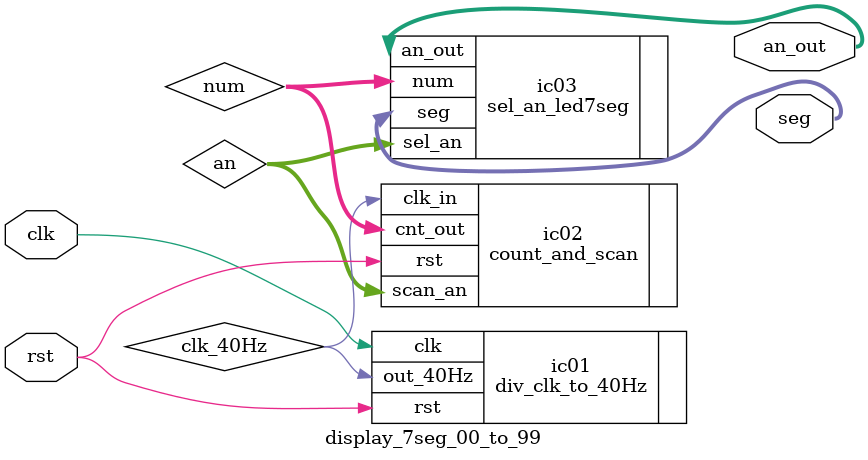
<source format=v>
`timescale 1ns / 1ps


module display_7seg_00_to_99(clk,rst,seg,an_out);
input clk,rst;
output [6:0] seg;
output [3:0] an_out;

wire clk_40Hz;
wire [3:0] num;
wire [3:0] an;
div_clk_to_40Hz ic01(.clk(clk),.rst(rst),.out_40Hz(clk_40Hz));
count_and_scan ic02(.clk_in(clk_40Hz),.rst(rst),.cnt_out(num),.scan_an(an));
sel_an_led7seg ic03(.num(num),.seg(seg),.sel_an(an),.an_out(an_out));
endmodule

</source>
